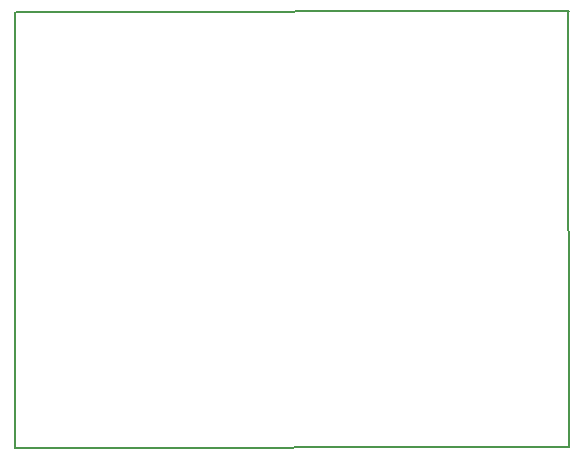
<source format=gbr>
G04 EAGLE Gerber X2 export*
%TF.Part,Single*%
%TF.FileFunction,Profile,NP*%
%TF.FilePolarity,Positive*%
%TF.GenerationSoftware,Autodesk,EAGLE,8.6.0*%
%TF.CreationDate,2018-11-20T04:50:41Z*%
G75*
%MOMM*%
%FSLAX34Y34*%
%LPD*%
%AMOC8*
5,1,8,0,0,1.08239X$1,22.5*%
G01*
%ADD10C,0.152400*%


D10*
X1016Y508D02*
X469900Y1270D01*
X469392Y370332D01*
X469900Y370332D02*
X2286Y369824D01*
X1016Y368554D01*
X1016Y508D01*
M02*

</source>
